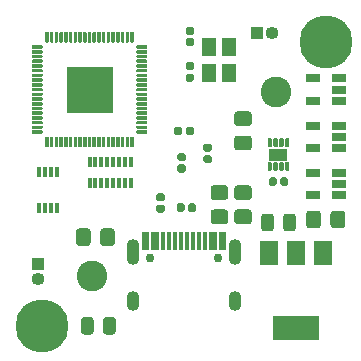
<source format=gbr>
%TF.GenerationSoftware,KiCad,Pcbnew,(5.1.6)-1*%
%TF.CreationDate,2021-01-25T15:06:37+00:00*%
%TF.ProjectId,OpenPnPVis,4f70656e-506e-4505-9669-732e6b696361,003*%
%TF.SameCoordinates,Original*%
%TF.FileFunction,Soldermask,Bot*%
%TF.FilePolarity,Negative*%
%FSLAX46Y46*%
G04 Gerber Fmt 4.6, Leading zero omitted, Abs format (unit mm)*
G04 Created by KiCad (PCBNEW (5.1.6)-1) date 2021-01-25 15:06:37*
%MOMM*%
%LPD*%
G01*
G04 APERTURE LIST*
%ADD10R,0.350000X0.850000*%
%ADD11C,2.600000*%
%ADD12R,1.600000X1.000000*%
%ADD13O,1.100000X1.100000*%
%ADD14R,1.100000X1.100000*%
%ADD15R,0.400000X1.550000*%
%ADD16C,0.750000*%
%ADD17O,1.100000X2.200000*%
%ADD18O,1.100000X1.700000*%
%ADD19C,0.800000*%
%ADD20C,4.500000*%
%ADD21R,1.300000X1.500000*%
%ADD22R,1.160000X0.750000*%
%ADD23R,3.900000X3.900000*%
%ADD24R,1.600000X2.100000*%
%ADD25R,3.900000X2.100000*%
%ADD26R,0.400000X0.900000*%
G04 APERTURE END LIST*
D10*
%TO.C,U8*%
X76750000Y-102850000D03*
X77250000Y-102850000D03*
X77750000Y-102850000D03*
X78250000Y-102850000D03*
X78250000Y-99750000D03*
X77750000Y-99750000D03*
X77250000Y-99750000D03*
X76750000Y-99750000D03*
%TD*%
D11*
%TO.C,LENSMOUNT1*%
X96778175Y-93021825D03*
X81221825Y-108578175D03*
%TD*%
D12*
%TO.C,U4*%
X97000000Y-98300000D03*
G36*
G01*
X96162500Y-98900000D02*
X96337500Y-98900000D01*
G75*
G02*
X96425000Y-98987500I0J-87500D01*
G01*
X96425000Y-99612500D01*
G75*
G02*
X96337500Y-99700000I-87500J0D01*
G01*
X96162500Y-99700000D01*
G75*
G02*
X96075000Y-99612500I0J87500D01*
G01*
X96075000Y-98987500D01*
G75*
G02*
X96162500Y-98900000I87500J0D01*
G01*
G37*
G36*
G01*
X96662500Y-98900000D02*
X96837500Y-98900000D01*
G75*
G02*
X96925000Y-98987500I0J-87500D01*
G01*
X96925000Y-99612500D01*
G75*
G02*
X96837500Y-99700000I-87500J0D01*
G01*
X96662500Y-99700000D01*
G75*
G02*
X96575000Y-99612500I0J87500D01*
G01*
X96575000Y-98987500D01*
G75*
G02*
X96662500Y-98900000I87500J0D01*
G01*
G37*
G36*
G01*
X97162500Y-98900000D02*
X97337500Y-98900000D01*
G75*
G02*
X97425000Y-98987500I0J-87500D01*
G01*
X97425000Y-99612500D01*
G75*
G02*
X97337500Y-99700000I-87500J0D01*
G01*
X97162500Y-99700000D01*
G75*
G02*
X97075000Y-99612500I0J87500D01*
G01*
X97075000Y-98987500D01*
G75*
G02*
X97162500Y-98900000I87500J0D01*
G01*
G37*
G36*
G01*
X97662500Y-98900000D02*
X97837500Y-98900000D01*
G75*
G02*
X97925000Y-98987500I0J-87500D01*
G01*
X97925000Y-99612500D01*
G75*
G02*
X97837500Y-99700000I-87500J0D01*
G01*
X97662500Y-99700000D01*
G75*
G02*
X97575000Y-99612500I0J87500D01*
G01*
X97575000Y-98987500D01*
G75*
G02*
X97662500Y-98900000I87500J0D01*
G01*
G37*
G36*
G01*
X97662500Y-96900000D02*
X97837500Y-96900000D01*
G75*
G02*
X97925000Y-96987500I0J-87500D01*
G01*
X97925000Y-97612500D01*
G75*
G02*
X97837500Y-97700000I-87500J0D01*
G01*
X97662500Y-97700000D01*
G75*
G02*
X97575000Y-97612500I0J87500D01*
G01*
X97575000Y-96987500D01*
G75*
G02*
X97662500Y-96900000I87500J0D01*
G01*
G37*
G36*
G01*
X97162500Y-96900000D02*
X97337500Y-96900000D01*
G75*
G02*
X97425000Y-96987500I0J-87500D01*
G01*
X97425000Y-97612500D01*
G75*
G02*
X97337500Y-97700000I-87500J0D01*
G01*
X97162500Y-97700000D01*
G75*
G02*
X97075000Y-97612500I0J87500D01*
G01*
X97075000Y-96987500D01*
G75*
G02*
X97162500Y-96900000I87500J0D01*
G01*
G37*
G36*
G01*
X96662500Y-96900000D02*
X96837500Y-96900000D01*
G75*
G02*
X96925000Y-96987500I0J-87500D01*
G01*
X96925000Y-97612500D01*
G75*
G02*
X96837500Y-97700000I-87500J0D01*
G01*
X96662500Y-97700000D01*
G75*
G02*
X96575000Y-97612500I0J87500D01*
G01*
X96575000Y-96987500D01*
G75*
G02*
X96662500Y-96900000I87500J0D01*
G01*
G37*
G36*
G01*
X96162500Y-96900000D02*
X96337500Y-96900000D01*
G75*
G02*
X96425000Y-96987500I0J-87500D01*
G01*
X96425000Y-97612500D01*
G75*
G02*
X96337500Y-97700000I-87500J0D01*
G01*
X96162500Y-97700000D01*
G75*
G02*
X96075000Y-97612500I0J87500D01*
G01*
X96075000Y-96987500D01*
G75*
G02*
X96162500Y-96900000I87500J0D01*
G01*
G37*
%TD*%
D13*
%TO.C,J3*%
X96470000Y-88000000D03*
D14*
X95200000Y-88000000D03*
%TD*%
D13*
%TO.C,J2*%
X76600000Y-108870000D03*
D14*
X76600000Y-107600000D03*
%TD*%
%TO.C,R1*%
G36*
G01*
X96860000Y-100402500D02*
X96860000Y-100797500D01*
G75*
G02*
X96687500Y-100970000I-172500J0D01*
G01*
X96342500Y-100970000D01*
G75*
G02*
X96170000Y-100797500I0J172500D01*
G01*
X96170000Y-100402500D01*
G75*
G02*
X96342500Y-100230000I172500J0D01*
G01*
X96687500Y-100230000D01*
G75*
G02*
X96860000Y-100402500I0J-172500D01*
G01*
G37*
G36*
G01*
X97830000Y-100402500D02*
X97830000Y-100797500D01*
G75*
G02*
X97657500Y-100970000I-172500J0D01*
G01*
X97312500Y-100970000D01*
G75*
G02*
X97140000Y-100797500I0J172500D01*
G01*
X97140000Y-100402500D01*
G75*
G02*
X97312500Y-100230000I172500J0D01*
G01*
X97657500Y-100230000D01*
G75*
G02*
X97830000Y-100402500I0J-172500D01*
G01*
G37*
%TD*%
D15*
%TO.C,J4*%
X85600000Y-105605000D03*
X85900000Y-105605000D03*
X86400000Y-105605000D03*
X86700000Y-105605000D03*
X91300000Y-105605000D03*
X91600000Y-105605000D03*
X92400000Y-105605000D03*
X92100000Y-105605000D03*
X90750000Y-105605000D03*
X87250000Y-105605000D03*
X90250000Y-105605000D03*
X87750000Y-105605000D03*
X89750000Y-105605000D03*
X88250000Y-105605000D03*
X88750000Y-105605000D03*
X89250000Y-105605000D03*
D16*
X86110000Y-107050000D03*
X91890000Y-107050000D03*
D17*
X93320000Y-106520000D03*
X84680000Y-106520000D03*
D18*
X93320000Y-110700000D03*
X84680000Y-110700000D03*
%TD*%
%TO.C,C7*%
G36*
G01*
X81100000Y-104821738D02*
X81100000Y-105778262D01*
G75*
G02*
X80828262Y-106050000I-271738J0D01*
G01*
X80121738Y-106050000D01*
G75*
G02*
X79850000Y-105778262I0J271738D01*
G01*
X79850000Y-104821738D01*
G75*
G02*
X80121738Y-104550000I271738J0D01*
G01*
X80828262Y-104550000D01*
G75*
G02*
X81100000Y-104821738I0J-271738D01*
G01*
G37*
G36*
G01*
X83150000Y-104821738D02*
X83150000Y-105778262D01*
G75*
G02*
X82878262Y-106050000I-271738J0D01*
G01*
X82171738Y-106050000D01*
G75*
G02*
X81900000Y-105778262I0J271738D01*
G01*
X81900000Y-104821738D01*
G75*
G02*
X82171738Y-104550000I271738J0D01*
G01*
X82878262Y-104550000D01*
G75*
G02*
X83150000Y-104821738I0J-271738D01*
G01*
G37*
%TD*%
D19*
%TO.C,H2*%
X78166726Y-111633274D03*
X77000000Y-111150000D03*
X75833274Y-111633274D03*
X75350000Y-112800000D03*
X75833274Y-113966726D03*
X77000000Y-114450000D03*
X78166726Y-113966726D03*
X78650000Y-112800000D03*
D20*
X77000000Y-112800000D03*
%TD*%
D19*
%TO.C,H1*%
X102166726Y-87633274D03*
X101000000Y-87150000D03*
X99833274Y-87633274D03*
X99350000Y-88800000D03*
X99833274Y-89966726D03*
X101000000Y-90450000D03*
X102166726Y-89966726D03*
X102650000Y-88800000D03*
D20*
X101000000Y-88800000D03*
%TD*%
D21*
%TO.C,Y1*%
X92850000Y-91400000D03*
X92850000Y-89200000D03*
X91150000Y-89200000D03*
X91150000Y-91400000D03*
%TD*%
D22*
%TO.C,U10*%
X99900000Y-99850000D03*
X99900000Y-101750000D03*
X102100000Y-101750000D03*
X102100000Y-100800000D03*
X102100000Y-99850000D03*
%TD*%
%TO.C,U9*%
X99900000Y-95850000D03*
X99900000Y-97750000D03*
X102100000Y-97750000D03*
X102100000Y-96800000D03*
X102100000Y-95850000D03*
%TD*%
%TO.C,U7*%
X99900000Y-91850000D03*
X99900000Y-93750000D03*
X102100000Y-93750000D03*
X102100000Y-92800000D03*
X102100000Y-91850000D03*
%TD*%
D23*
%TO.C,U3*%
X81000000Y-92800000D03*
G36*
G01*
X76175000Y-89050000D02*
X76950000Y-89050000D01*
G75*
G02*
X77025000Y-89125000I0J-75000D01*
G01*
X77025000Y-89275000D01*
G75*
G02*
X76950000Y-89350000I-75000J0D01*
G01*
X76175000Y-89350000D01*
G75*
G02*
X76100000Y-89275000I0J75000D01*
G01*
X76100000Y-89125000D01*
G75*
G02*
X76175000Y-89050000I75000J0D01*
G01*
G37*
G36*
G01*
X76175000Y-89450000D02*
X76950000Y-89450000D01*
G75*
G02*
X77025000Y-89525000I0J-75000D01*
G01*
X77025000Y-89675000D01*
G75*
G02*
X76950000Y-89750000I-75000J0D01*
G01*
X76175000Y-89750000D01*
G75*
G02*
X76100000Y-89675000I0J75000D01*
G01*
X76100000Y-89525000D01*
G75*
G02*
X76175000Y-89450000I75000J0D01*
G01*
G37*
G36*
G01*
X76175000Y-89850000D02*
X76950000Y-89850000D01*
G75*
G02*
X77025000Y-89925000I0J-75000D01*
G01*
X77025000Y-90075000D01*
G75*
G02*
X76950000Y-90150000I-75000J0D01*
G01*
X76175000Y-90150000D01*
G75*
G02*
X76100000Y-90075000I0J75000D01*
G01*
X76100000Y-89925000D01*
G75*
G02*
X76175000Y-89850000I75000J0D01*
G01*
G37*
G36*
G01*
X76175000Y-90250000D02*
X76950000Y-90250000D01*
G75*
G02*
X77025000Y-90325000I0J-75000D01*
G01*
X77025000Y-90475000D01*
G75*
G02*
X76950000Y-90550000I-75000J0D01*
G01*
X76175000Y-90550000D01*
G75*
G02*
X76100000Y-90475000I0J75000D01*
G01*
X76100000Y-90325000D01*
G75*
G02*
X76175000Y-90250000I75000J0D01*
G01*
G37*
G36*
G01*
X76175000Y-90650000D02*
X76950000Y-90650000D01*
G75*
G02*
X77025000Y-90725000I0J-75000D01*
G01*
X77025000Y-90875000D01*
G75*
G02*
X76950000Y-90950000I-75000J0D01*
G01*
X76175000Y-90950000D01*
G75*
G02*
X76100000Y-90875000I0J75000D01*
G01*
X76100000Y-90725000D01*
G75*
G02*
X76175000Y-90650000I75000J0D01*
G01*
G37*
G36*
G01*
X76175000Y-91050000D02*
X76950000Y-91050000D01*
G75*
G02*
X77025000Y-91125000I0J-75000D01*
G01*
X77025000Y-91275000D01*
G75*
G02*
X76950000Y-91350000I-75000J0D01*
G01*
X76175000Y-91350000D01*
G75*
G02*
X76100000Y-91275000I0J75000D01*
G01*
X76100000Y-91125000D01*
G75*
G02*
X76175000Y-91050000I75000J0D01*
G01*
G37*
G36*
G01*
X76175000Y-91450000D02*
X76950000Y-91450000D01*
G75*
G02*
X77025000Y-91525000I0J-75000D01*
G01*
X77025000Y-91675000D01*
G75*
G02*
X76950000Y-91750000I-75000J0D01*
G01*
X76175000Y-91750000D01*
G75*
G02*
X76100000Y-91675000I0J75000D01*
G01*
X76100000Y-91525000D01*
G75*
G02*
X76175000Y-91450000I75000J0D01*
G01*
G37*
G36*
G01*
X76175000Y-91850000D02*
X76950000Y-91850000D01*
G75*
G02*
X77025000Y-91925000I0J-75000D01*
G01*
X77025000Y-92075000D01*
G75*
G02*
X76950000Y-92150000I-75000J0D01*
G01*
X76175000Y-92150000D01*
G75*
G02*
X76100000Y-92075000I0J75000D01*
G01*
X76100000Y-91925000D01*
G75*
G02*
X76175000Y-91850000I75000J0D01*
G01*
G37*
G36*
G01*
X76175000Y-92250000D02*
X76950000Y-92250000D01*
G75*
G02*
X77025000Y-92325000I0J-75000D01*
G01*
X77025000Y-92475000D01*
G75*
G02*
X76950000Y-92550000I-75000J0D01*
G01*
X76175000Y-92550000D01*
G75*
G02*
X76100000Y-92475000I0J75000D01*
G01*
X76100000Y-92325000D01*
G75*
G02*
X76175000Y-92250000I75000J0D01*
G01*
G37*
G36*
G01*
X76175000Y-92650000D02*
X76950000Y-92650000D01*
G75*
G02*
X77025000Y-92725000I0J-75000D01*
G01*
X77025000Y-92875000D01*
G75*
G02*
X76950000Y-92950000I-75000J0D01*
G01*
X76175000Y-92950000D01*
G75*
G02*
X76100000Y-92875000I0J75000D01*
G01*
X76100000Y-92725000D01*
G75*
G02*
X76175000Y-92650000I75000J0D01*
G01*
G37*
G36*
G01*
X76175000Y-93050000D02*
X76950000Y-93050000D01*
G75*
G02*
X77025000Y-93125000I0J-75000D01*
G01*
X77025000Y-93275000D01*
G75*
G02*
X76950000Y-93350000I-75000J0D01*
G01*
X76175000Y-93350000D01*
G75*
G02*
X76100000Y-93275000I0J75000D01*
G01*
X76100000Y-93125000D01*
G75*
G02*
X76175000Y-93050000I75000J0D01*
G01*
G37*
G36*
G01*
X76175000Y-93450000D02*
X76950000Y-93450000D01*
G75*
G02*
X77025000Y-93525000I0J-75000D01*
G01*
X77025000Y-93675000D01*
G75*
G02*
X76950000Y-93750000I-75000J0D01*
G01*
X76175000Y-93750000D01*
G75*
G02*
X76100000Y-93675000I0J75000D01*
G01*
X76100000Y-93525000D01*
G75*
G02*
X76175000Y-93450000I75000J0D01*
G01*
G37*
G36*
G01*
X76175000Y-93850000D02*
X76950000Y-93850000D01*
G75*
G02*
X77025000Y-93925000I0J-75000D01*
G01*
X77025000Y-94075000D01*
G75*
G02*
X76950000Y-94150000I-75000J0D01*
G01*
X76175000Y-94150000D01*
G75*
G02*
X76100000Y-94075000I0J75000D01*
G01*
X76100000Y-93925000D01*
G75*
G02*
X76175000Y-93850000I75000J0D01*
G01*
G37*
G36*
G01*
X76175000Y-94250000D02*
X76950000Y-94250000D01*
G75*
G02*
X77025000Y-94325000I0J-75000D01*
G01*
X77025000Y-94475000D01*
G75*
G02*
X76950000Y-94550000I-75000J0D01*
G01*
X76175000Y-94550000D01*
G75*
G02*
X76100000Y-94475000I0J75000D01*
G01*
X76100000Y-94325000D01*
G75*
G02*
X76175000Y-94250000I75000J0D01*
G01*
G37*
G36*
G01*
X76175000Y-94650000D02*
X76950000Y-94650000D01*
G75*
G02*
X77025000Y-94725000I0J-75000D01*
G01*
X77025000Y-94875000D01*
G75*
G02*
X76950000Y-94950000I-75000J0D01*
G01*
X76175000Y-94950000D01*
G75*
G02*
X76100000Y-94875000I0J75000D01*
G01*
X76100000Y-94725000D01*
G75*
G02*
X76175000Y-94650000I75000J0D01*
G01*
G37*
G36*
G01*
X76175000Y-95050000D02*
X76950000Y-95050000D01*
G75*
G02*
X77025000Y-95125000I0J-75000D01*
G01*
X77025000Y-95275000D01*
G75*
G02*
X76950000Y-95350000I-75000J0D01*
G01*
X76175000Y-95350000D01*
G75*
G02*
X76100000Y-95275000I0J75000D01*
G01*
X76100000Y-95125000D01*
G75*
G02*
X76175000Y-95050000I75000J0D01*
G01*
G37*
G36*
G01*
X76175000Y-95450000D02*
X76950000Y-95450000D01*
G75*
G02*
X77025000Y-95525000I0J-75000D01*
G01*
X77025000Y-95675000D01*
G75*
G02*
X76950000Y-95750000I-75000J0D01*
G01*
X76175000Y-95750000D01*
G75*
G02*
X76100000Y-95675000I0J75000D01*
G01*
X76100000Y-95525000D01*
G75*
G02*
X76175000Y-95450000I75000J0D01*
G01*
G37*
G36*
G01*
X76175000Y-95850000D02*
X76950000Y-95850000D01*
G75*
G02*
X77025000Y-95925000I0J-75000D01*
G01*
X77025000Y-96075000D01*
G75*
G02*
X76950000Y-96150000I-75000J0D01*
G01*
X76175000Y-96150000D01*
G75*
G02*
X76100000Y-96075000I0J75000D01*
G01*
X76100000Y-95925000D01*
G75*
G02*
X76175000Y-95850000I75000J0D01*
G01*
G37*
G36*
G01*
X76175000Y-96250000D02*
X76950000Y-96250000D01*
G75*
G02*
X77025000Y-96325000I0J-75000D01*
G01*
X77025000Y-96475000D01*
G75*
G02*
X76950000Y-96550000I-75000J0D01*
G01*
X76175000Y-96550000D01*
G75*
G02*
X76100000Y-96475000I0J75000D01*
G01*
X76100000Y-96325000D01*
G75*
G02*
X76175000Y-96250000I75000J0D01*
G01*
G37*
G36*
G01*
X77325000Y-96775000D02*
X77475000Y-96775000D01*
G75*
G02*
X77550000Y-96850000I0J-75000D01*
G01*
X77550000Y-97625000D01*
G75*
G02*
X77475000Y-97700000I-75000J0D01*
G01*
X77325000Y-97700000D01*
G75*
G02*
X77250000Y-97625000I0J75000D01*
G01*
X77250000Y-96850000D01*
G75*
G02*
X77325000Y-96775000I75000J0D01*
G01*
G37*
G36*
G01*
X77725000Y-96775000D02*
X77875000Y-96775000D01*
G75*
G02*
X77950000Y-96850000I0J-75000D01*
G01*
X77950000Y-97625000D01*
G75*
G02*
X77875000Y-97700000I-75000J0D01*
G01*
X77725000Y-97700000D01*
G75*
G02*
X77650000Y-97625000I0J75000D01*
G01*
X77650000Y-96850000D01*
G75*
G02*
X77725000Y-96775000I75000J0D01*
G01*
G37*
G36*
G01*
X78125000Y-96775000D02*
X78275000Y-96775000D01*
G75*
G02*
X78350000Y-96850000I0J-75000D01*
G01*
X78350000Y-97625000D01*
G75*
G02*
X78275000Y-97700000I-75000J0D01*
G01*
X78125000Y-97700000D01*
G75*
G02*
X78050000Y-97625000I0J75000D01*
G01*
X78050000Y-96850000D01*
G75*
G02*
X78125000Y-96775000I75000J0D01*
G01*
G37*
G36*
G01*
X78525000Y-96775000D02*
X78675000Y-96775000D01*
G75*
G02*
X78750000Y-96850000I0J-75000D01*
G01*
X78750000Y-97625000D01*
G75*
G02*
X78675000Y-97700000I-75000J0D01*
G01*
X78525000Y-97700000D01*
G75*
G02*
X78450000Y-97625000I0J75000D01*
G01*
X78450000Y-96850000D01*
G75*
G02*
X78525000Y-96775000I75000J0D01*
G01*
G37*
G36*
G01*
X78925000Y-96775000D02*
X79075000Y-96775000D01*
G75*
G02*
X79150000Y-96850000I0J-75000D01*
G01*
X79150000Y-97625000D01*
G75*
G02*
X79075000Y-97700000I-75000J0D01*
G01*
X78925000Y-97700000D01*
G75*
G02*
X78850000Y-97625000I0J75000D01*
G01*
X78850000Y-96850000D01*
G75*
G02*
X78925000Y-96775000I75000J0D01*
G01*
G37*
G36*
G01*
X79325000Y-96775000D02*
X79475000Y-96775000D01*
G75*
G02*
X79550000Y-96850000I0J-75000D01*
G01*
X79550000Y-97625000D01*
G75*
G02*
X79475000Y-97700000I-75000J0D01*
G01*
X79325000Y-97700000D01*
G75*
G02*
X79250000Y-97625000I0J75000D01*
G01*
X79250000Y-96850000D01*
G75*
G02*
X79325000Y-96775000I75000J0D01*
G01*
G37*
G36*
G01*
X79725000Y-96775000D02*
X79875000Y-96775000D01*
G75*
G02*
X79950000Y-96850000I0J-75000D01*
G01*
X79950000Y-97625000D01*
G75*
G02*
X79875000Y-97700000I-75000J0D01*
G01*
X79725000Y-97700000D01*
G75*
G02*
X79650000Y-97625000I0J75000D01*
G01*
X79650000Y-96850000D01*
G75*
G02*
X79725000Y-96775000I75000J0D01*
G01*
G37*
G36*
G01*
X80125000Y-96775000D02*
X80275000Y-96775000D01*
G75*
G02*
X80350000Y-96850000I0J-75000D01*
G01*
X80350000Y-97625000D01*
G75*
G02*
X80275000Y-97700000I-75000J0D01*
G01*
X80125000Y-97700000D01*
G75*
G02*
X80050000Y-97625000I0J75000D01*
G01*
X80050000Y-96850000D01*
G75*
G02*
X80125000Y-96775000I75000J0D01*
G01*
G37*
G36*
G01*
X80525000Y-96775000D02*
X80675000Y-96775000D01*
G75*
G02*
X80750000Y-96850000I0J-75000D01*
G01*
X80750000Y-97625000D01*
G75*
G02*
X80675000Y-97700000I-75000J0D01*
G01*
X80525000Y-97700000D01*
G75*
G02*
X80450000Y-97625000I0J75000D01*
G01*
X80450000Y-96850000D01*
G75*
G02*
X80525000Y-96775000I75000J0D01*
G01*
G37*
G36*
G01*
X80925000Y-96775000D02*
X81075000Y-96775000D01*
G75*
G02*
X81150000Y-96850000I0J-75000D01*
G01*
X81150000Y-97625000D01*
G75*
G02*
X81075000Y-97700000I-75000J0D01*
G01*
X80925000Y-97700000D01*
G75*
G02*
X80850000Y-97625000I0J75000D01*
G01*
X80850000Y-96850000D01*
G75*
G02*
X80925000Y-96775000I75000J0D01*
G01*
G37*
G36*
G01*
X81325000Y-96775000D02*
X81475000Y-96775000D01*
G75*
G02*
X81550000Y-96850000I0J-75000D01*
G01*
X81550000Y-97625000D01*
G75*
G02*
X81475000Y-97700000I-75000J0D01*
G01*
X81325000Y-97700000D01*
G75*
G02*
X81250000Y-97625000I0J75000D01*
G01*
X81250000Y-96850000D01*
G75*
G02*
X81325000Y-96775000I75000J0D01*
G01*
G37*
G36*
G01*
X81725000Y-96775000D02*
X81875000Y-96775000D01*
G75*
G02*
X81950000Y-96850000I0J-75000D01*
G01*
X81950000Y-97625000D01*
G75*
G02*
X81875000Y-97700000I-75000J0D01*
G01*
X81725000Y-97700000D01*
G75*
G02*
X81650000Y-97625000I0J75000D01*
G01*
X81650000Y-96850000D01*
G75*
G02*
X81725000Y-96775000I75000J0D01*
G01*
G37*
G36*
G01*
X82125000Y-96775000D02*
X82275000Y-96775000D01*
G75*
G02*
X82350000Y-96850000I0J-75000D01*
G01*
X82350000Y-97625000D01*
G75*
G02*
X82275000Y-97700000I-75000J0D01*
G01*
X82125000Y-97700000D01*
G75*
G02*
X82050000Y-97625000I0J75000D01*
G01*
X82050000Y-96850000D01*
G75*
G02*
X82125000Y-96775000I75000J0D01*
G01*
G37*
G36*
G01*
X82525000Y-96775000D02*
X82675000Y-96775000D01*
G75*
G02*
X82750000Y-96850000I0J-75000D01*
G01*
X82750000Y-97625000D01*
G75*
G02*
X82675000Y-97700000I-75000J0D01*
G01*
X82525000Y-97700000D01*
G75*
G02*
X82450000Y-97625000I0J75000D01*
G01*
X82450000Y-96850000D01*
G75*
G02*
X82525000Y-96775000I75000J0D01*
G01*
G37*
G36*
G01*
X82925000Y-96775000D02*
X83075000Y-96775000D01*
G75*
G02*
X83150000Y-96850000I0J-75000D01*
G01*
X83150000Y-97625000D01*
G75*
G02*
X83075000Y-97700000I-75000J0D01*
G01*
X82925000Y-97700000D01*
G75*
G02*
X82850000Y-97625000I0J75000D01*
G01*
X82850000Y-96850000D01*
G75*
G02*
X82925000Y-96775000I75000J0D01*
G01*
G37*
G36*
G01*
X83325000Y-96775000D02*
X83475000Y-96775000D01*
G75*
G02*
X83550000Y-96850000I0J-75000D01*
G01*
X83550000Y-97625000D01*
G75*
G02*
X83475000Y-97700000I-75000J0D01*
G01*
X83325000Y-97700000D01*
G75*
G02*
X83250000Y-97625000I0J75000D01*
G01*
X83250000Y-96850000D01*
G75*
G02*
X83325000Y-96775000I75000J0D01*
G01*
G37*
G36*
G01*
X83725000Y-96775000D02*
X83875000Y-96775000D01*
G75*
G02*
X83950000Y-96850000I0J-75000D01*
G01*
X83950000Y-97625000D01*
G75*
G02*
X83875000Y-97700000I-75000J0D01*
G01*
X83725000Y-97700000D01*
G75*
G02*
X83650000Y-97625000I0J75000D01*
G01*
X83650000Y-96850000D01*
G75*
G02*
X83725000Y-96775000I75000J0D01*
G01*
G37*
G36*
G01*
X84125000Y-96775000D02*
X84275000Y-96775000D01*
G75*
G02*
X84350000Y-96850000I0J-75000D01*
G01*
X84350000Y-97625000D01*
G75*
G02*
X84275000Y-97700000I-75000J0D01*
G01*
X84125000Y-97700000D01*
G75*
G02*
X84050000Y-97625000I0J75000D01*
G01*
X84050000Y-96850000D01*
G75*
G02*
X84125000Y-96775000I75000J0D01*
G01*
G37*
G36*
G01*
X84525000Y-96775000D02*
X84675000Y-96775000D01*
G75*
G02*
X84750000Y-96850000I0J-75000D01*
G01*
X84750000Y-97625000D01*
G75*
G02*
X84675000Y-97700000I-75000J0D01*
G01*
X84525000Y-97700000D01*
G75*
G02*
X84450000Y-97625000I0J75000D01*
G01*
X84450000Y-96850000D01*
G75*
G02*
X84525000Y-96775000I75000J0D01*
G01*
G37*
G36*
G01*
X85050000Y-96250000D02*
X85825000Y-96250000D01*
G75*
G02*
X85900000Y-96325000I0J-75000D01*
G01*
X85900000Y-96475000D01*
G75*
G02*
X85825000Y-96550000I-75000J0D01*
G01*
X85050000Y-96550000D01*
G75*
G02*
X84975000Y-96475000I0J75000D01*
G01*
X84975000Y-96325000D01*
G75*
G02*
X85050000Y-96250000I75000J0D01*
G01*
G37*
G36*
G01*
X85050000Y-95850000D02*
X85825000Y-95850000D01*
G75*
G02*
X85900000Y-95925000I0J-75000D01*
G01*
X85900000Y-96075000D01*
G75*
G02*
X85825000Y-96150000I-75000J0D01*
G01*
X85050000Y-96150000D01*
G75*
G02*
X84975000Y-96075000I0J75000D01*
G01*
X84975000Y-95925000D01*
G75*
G02*
X85050000Y-95850000I75000J0D01*
G01*
G37*
G36*
G01*
X85050000Y-95450000D02*
X85825000Y-95450000D01*
G75*
G02*
X85900000Y-95525000I0J-75000D01*
G01*
X85900000Y-95675000D01*
G75*
G02*
X85825000Y-95750000I-75000J0D01*
G01*
X85050000Y-95750000D01*
G75*
G02*
X84975000Y-95675000I0J75000D01*
G01*
X84975000Y-95525000D01*
G75*
G02*
X85050000Y-95450000I75000J0D01*
G01*
G37*
G36*
G01*
X85050000Y-95050000D02*
X85825000Y-95050000D01*
G75*
G02*
X85900000Y-95125000I0J-75000D01*
G01*
X85900000Y-95275000D01*
G75*
G02*
X85825000Y-95350000I-75000J0D01*
G01*
X85050000Y-95350000D01*
G75*
G02*
X84975000Y-95275000I0J75000D01*
G01*
X84975000Y-95125000D01*
G75*
G02*
X85050000Y-95050000I75000J0D01*
G01*
G37*
G36*
G01*
X85050000Y-94650000D02*
X85825000Y-94650000D01*
G75*
G02*
X85900000Y-94725000I0J-75000D01*
G01*
X85900000Y-94875000D01*
G75*
G02*
X85825000Y-94950000I-75000J0D01*
G01*
X85050000Y-94950000D01*
G75*
G02*
X84975000Y-94875000I0J75000D01*
G01*
X84975000Y-94725000D01*
G75*
G02*
X85050000Y-94650000I75000J0D01*
G01*
G37*
G36*
G01*
X85050000Y-94250000D02*
X85825000Y-94250000D01*
G75*
G02*
X85900000Y-94325000I0J-75000D01*
G01*
X85900000Y-94475000D01*
G75*
G02*
X85825000Y-94550000I-75000J0D01*
G01*
X85050000Y-94550000D01*
G75*
G02*
X84975000Y-94475000I0J75000D01*
G01*
X84975000Y-94325000D01*
G75*
G02*
X85050000Y-94250000I75000J0D01*
G01*
G37*
G36*
G01*
X85050000Y-93850000D02*
X85825000Y-93850000D01*
G75*
G02*
X85900000Y-93925000I0J-75000D01*
G01*
X85900000Y-94075000D01*
G75*
G02*
X85825000Y-94150000I-75000J0D01*
G01*
X85050000Y-94150000D01*
G75*
G02*
X84975000Y-94075000I0J75000D01*
G01*
X84975000Y-93925000D01*
G75*
G02*
X85050000Y-93850000I75000J0D01*
G01*
G37*
G36*
G01*
X85050000Y-93450000D02*
X85825000Y-93450000D01*
G75*
G02*
X85900000Y-93525000I0J-75000D01*
G01*
X85900000Y-93675000D01*
G75*
G02*
X85825000Y-93750000I-75000J0D01*
G01*
X85050000Y-93750000D01*
G75*
G02*
X84975000Y-93675000I0J75000D01*
G01*
X84975000Y-93525000D01*
G75*
G02*
X85050000Y-93450000I75000J0D01*
G01*
G37*
G36*
G01*
X85050000Y-93050000D02*
X85825000Y-93050000D01*
G75*
G02*
X85900000Y-93125000I0J-75000D01*
G01*
X85900000Y-93275000D01*
G75*
G02*
X85825000Y-93350000I-75000J0D01*
G01*
X85050000Y-93350000D01*
G75*
G02*
X84975000Y-93275000I0J75000D01*
G01*
X84975000Y-93125000D01*
G75*
G02*
X85050000Y-93050000I75000J0D01*
G01*
G37*
G36*
G01*
X85050000Y-92650000D02*
X85825000Y-92650000D01*
G75*
G02*
X85900000Y-92725000I0J-75000D01*
G01*
X85900000Y-92875000D01*
G75*
G02*
X85825000Y-92950000I-75000J0D01*
G01*
X85050000Y-92950000D01*
G75*
G02*
X84975000Y-92875000I0J75000D01*
G01*
X84975000Y-92725000D01*
G75*
G02*
X85050000Y-92650000I75000J0D01*
G01*
G37*
G36*
G01*
X85050000Y-92250000D02*
X85825000Y-92250000D01*
G75*
G02*
X85900000Y-92325000I0J-75000D01*
G01*
X85900000Y-92475000D01*
G75*
G02*
X85825000Y-92550000I-75000J0D01*
G01*
X85050000Y-92550000D01*
G75*
G02*
X84975000Y-92475000I0J75000D01*
G01*
X84975000Y-92325000D01*
G75*
G02*
X85050000Y-92250000I75000J0D01*
G01*
G37*
G36*
G01*
X85050000Y-91850000D02*
X85825000Y-91850000D01*
G75*
G02*
X85900000Y-91925000I0J-75000D01*
G01*
X85900000Y-92075000D01*
G75*
G02*
X85825000Y-92150000I-75000J0D01*
G01*
X85050000Y-92150000D01*
G75*
G02*
X84975000Y-92075000I0J75000D01*
G01*
X84975000Y-91925000D01*
G75*
G02*
X85050000Y-91850000I75000J0D01*
G01*
G37*
G36*
G01*
X85050000Y-91450000D02*
X85825000Y-91450000D01*
G75*
G02*
X85900000Y-91525000I0J-75000D01*
G01*
X85900000Y-91675000D01*
G75*
G02*
X85825000Y-91750000I-75000J0D01*
G01*
X85050000Y-91750000D01*
G75*
G02*
X84975000Y-91675000I0J75000D01*
G01*
X84975000Y-91525000D01*
G75*
G02*
X85050000Y-91450000I75000J0D01*
G01*
G37*
G36*
G01*
X85050000Y-91050000D02*
X85825000Y-91050000D01*
G75*
G02*
X85900000Y-91125000I0J-75000D01*
G01*
X85900000Y-91275000D01*
G75*
G02*
X85825000Y-91350000I-75000J0D01*
G01*
X85050000Y-91350000D01*
G75*
G02*
X84975000Y-91275000I0J75000D01*
G01*
X84975000Y-91125000D01*
G75*
G02*
X85050000Y-91050000I75000J0D01*
G01*
G37*
G36*
G01*
X85050000Y-90650000D02*
X85825000Y-90650000D01*
G75*
G02*
X85900000Y-90725000I0J-75000D01*
G01*
X85900000Y-90875000D01*
G75*
G02*
X85825000Y-90950000I-75000J0D01*
G01*
X85050000Y-90950000D01*
G75*
G02*
X84975000Y-90875000I0J75000D01*
G01*
X84975000Y-90725000D01*
G75*
G02*
X85050000Y-90650000I75000J0D01*
G01*
G37*
G36*
G01*
X85050000Y-90250000D02*
X85825000Y-90250000D01*
G75*
G02*
X85900000Y-90325000I0J-75000D01*
G01*
X85900000Y-90475000D01*
G75*
G02*
X85825000Y-90550000I-75000J0D01*
G01*
X85050000Y-90550000D01*
G75*
G02*
X84975000Y-90475000I0J75000D01*
G01*
X84975000Y-90325000D01*
G75*
G02*
X85050000Y-90250000I75000J0D01*
G01*
G37*
G36*
G01*
X85050000Y-89850000D02*
X85825000Y-89850000D01*
G75*
G02*
X85900000Y-89925000I0J-75000D01*
G01*
X85900000Y-90075000D01*
G75*
G02*
X85825000Y-90150000I-75000J0D01*
G01*
X85050000Y-90150000D01*
G75*
G02*
X84975000Y-90075000I0J75000D01*
G01*
X84975000Y-89925000D01*
G75*
G02*
X85050000Y-89850000I75000J0D01*
G01*
G37*
G36*
G01*
X85050000Y-89450000D02*
X85825000Y-89450000D01*
G75*
G02*
X85900000Y-89525000I0J-75000D01*
G01*
X85900000Y-89675000D01*
G75*
G02*
X85825000Y-89750000I-75000J0D01*
G01*
X85050000Y-89750000D01*
G75*
G02*
X84975000Y-89675000I0J75000D01*
G01*
X84975000Y-89525000D01*
G75*
G02*
X85050000Y-89450000I75000J0D01*
G01*
G37*
G36*
G01*
X85050000Y-89050000D02*
X85825000Y-89050000D01*
G75*
G02*
X85900000Y-89125000I0J-75000D01*
G01*
X85900000Y-89275000D01*
G75*
G02*
X85825000Y-89350000I-75000J0D01*
G01*
X85050000Y-89350000D01*
G75*
G02*
X84975000Y-89275000I0J75000D01*
G01*
X84975000Y-89125000D01*
G75*
G02*
X85050000Y-89050000I75000J0D01*
G01*
G37*
G36*
G01*
X84525000Y-87900000D02*
X84675000Y-87900000D01*
G75*
G02*
X84750000Y-87975000I0J-75000D01*
G01*
X84750000Y-88750000D01*
G75*
G02*
X84675000Y-88825000I-75000J0D01*
G01*
X84525000Y-88825000D01*
G75*
G02*
X84450000Y-88750000I0J75000D01*
G01*
X84450000Y-87975000D01*
G75*
G02*
X84525000Y-87900000I75000J0D01*
G01*
G37*
G36*
G01*
X84125000Y-87900000D02*
X84275000Y-87900000D01*
G75*
G02*
X84350000Y-87975000I0J-75000D01*
G01*
X84350000Y-88750000D01*
G75*
G02*
X84275000Y-88825000I-75000J0D01*
G01*
X84125000Y-88825000D01*
G75*
G02*
X84050000Y-88750000I0J75000D01*
G01*
X84050000Y-87975000D01*
G75*
G02*
X84125000Y-87900000I75000J0D01*
G01*
G37*
G36*
G01*
X83725000Y-87900000D02*
X83875000Y-87900000D01*
G75*
G02*
X83950000Y-87975000I0J-75000D01*
G01*
X83950000Y-88750000D01*
G75*
G02*
X83875000Y-88825000I-75000J0D01*
G01*
X83725000Y-88825000D01*
G75*
G02*
X83650000Y-88750000I0J75000D01*
G01*
X83650000Y-87975000D01*
G75*
G02*
X83725000Y-87900000I75000J0D01*
G01*
G37*
G36*
G01*
X83325000Y-87900000D02*
X83475000Y-87900000D01*
G75*
G02*
X83550000Y-87975000I0J-75000D01*
G01*
X83550000Y-88750000D01*
G75*
G02*
X83475000Y-88825000I-75000J0D01*
G01*
X83325000Y-88825000D01*
G75*
G02*
X83250000Y-88750000I0J75000D01*
G01*
X83250000Y-87975000D01*
G75*
G02*
X83325000Y-87900000I75000J0D01*
G01*
G37*
G36*
G01*
X82925000Y-87900000D02*
X83075000Y-87900000D01*
G75*
G02*
X83150000Y-87975000I0J-75000D01*
G01*
X83150000Y-88750000D01*
G75*
G02*
X83075000Y-88825000I-75000J0D01*
G01*
X82925000Y-88825000D01*
G75*
G02*
X82850000Y-88750000I0J75000D01*
G01*
X82850000Y-87975000D01*
G75*
G02*
X82925000Y-87900000I75000J0D01*
G01*
G37*
G36*
G01*
X82525000Y-87900000D02*
X82675000Y-87900000D01*
G75*
G02*
X82750000Y-87975000I0J-75000D01*
G01*
X82750000Y-88750000D01*
G75*
G02*
X82675000Y-88825000I-75000J0D01*
G01*
X82525000Y-88825000D01*
G75*
G02*
X82450000Y-88750000I0J75000D01*
G01*
X82450000Y-87975000D01*
G75*
G02*
X82525000Y-87900000I75000J0D01*
G01*
G37*
G36*
G01*
X82125000Y-87900000D02*
X82275000Y-87900000D01*
G75*
G02*
X82350000Y-87975000I0J-75000D01*
G01*
X82350000Y-88750000D01*
G75*
G02*
X82275000Y-88825000I-75000J0D01*
G01*
X82125000Y-88825000D01*
G75*
G02*
X82050000Y-88750000I0J75000D01*
G01*
X82050000Y-87975000D01*
G75*
G02*
X82125000Y-87900000I75000J0D01*
G01*
G37*
G36*
G01*
X81725000Y-87900000D02*
X81875000Y-87900000D01*
G75*
G02*
X81950000Y-87975000I0J-75000D01*
G01*
X81950000Y-88750000D01*
G75*
G02*
X81875000Y-88825000I-75000J0D01*
G01*
X81725000Y-88825000D01*
G75*
G02*
X81650000Y-88750000I0J75000D01*
G01*
X81650000Y-87975000D01*
G75*
G02*
X81725000Y-87900000I75000J0D01*
G01*
G37*
G36*
G01*
X81325000Y-87900000D02*
X81475000Y-87900000D01*
G75*
G02*
X81550000Y-87975000I0J-75000D01*
G01*
X81550000Y-88750000D01*
G75*
G02*
X81475000Y-88825000I-75000J0D01*
G01*
X81325000Y-88825000D01*
G75*
G02*
X81250000Y-88750000I0J75000D01*
G01*
X81250000Y-87975000D01*
G75*
G02*
X81325000Y-87900000I75000J0D01*
G01*
G37*
G36*
G01*
X80925000Y-87900000D02*
X81075000Y-87900000D01*
G75*
G02*
X81150000Y-87975000I0J-75000D01*
G01*
X81150000Y-88750000D01*
G75*
G02*
X81075000Y-88825000I-75000J0D01*
G01*
X80925000Y-88825000D01*
G75*
G02*
X80850000Y-88750000I0J75000D01*
G01*
X80850000Y-87975000D01*
G75*
G02*
X80925000Y-87900000I75000J0D01*
G01*
G37*
G36*
G01*
X80525000Y-87900000D02*
X80675000Y-87900000D01*
G75*
G02*
X80750000Y-87975000I0J-75000D01*
G01*
X80750000Y-88750000D01*
G75*
G02*
X80675000Y-88825000I-75000J0D01*
G01*
X80525000Y-88825000D01*
G75*
G02*
X80450000Y-88750000I0J75000D01*
G01*
X80450000Y-87975000D01*
G75*
G02*
X80525000Y-87900000I75000J0D01*
G01*
G37*
G36*
G01*
X80125000Y-87900000D02*
X80275000Y-87900000D01*
G75*
G02*
X80350000Y-87975000I0J-75000D01*
G01*
X80350000Y-88750000D01*
G75*
G02*
X80275000Y-88825000I-75000J0D01*
G01*
X80125000Y-88825000D01*
G75*
G02*
X80050000Y-88750000I0J75000D01*
G01*
X80050000Y-87975000D01*
G75*
G02*
X80125000Y-87900000I75000J0D01*
G01*
G37*
G36*
G01*
X79725000Y-87900000D02*
X79875000Y-87900000D01*
G75*
G02*
X79950000Y-87975000I0J-75000D01*
G01*
X79950000Y-88750000D01*
G75*
G02*
X79875000Y-88825000I-75000J0D01*
G01*
X79725000Y-88825000D01*
G75*
G02*
X79650000Y-88750000I0J75000D01*
G01*
X79650000Y-87975000D01*
G75*
G02*
X79725000Y-87900000I75000J0D01*
G01*
G37*
G36*
G01*
X79325000Y-87900000D02*
X79475000Y-87900000D01*
G75*
G02*
X79550000Y-87975000I0J-75000D01*
G01*
X79550000Y-88750000D01*
G75*
G02*
X79475000Y-88825000I-75000J0D01*
G01*
X79325000Y-88825000D01*
G75*
G02*
X79250000Y-88750000I0J75000D01*
G01*
X79250000Y-87975000D01*
G75*
G02*
X79325000Y-87900000I75000J0D01*
G01*
G37*
G36*
G01*
X78925000Y-87900000D02*
X79075000Y-87900000D01*
G75*
G02*
X79150000Y-87975000I0J-75000D01*
G01*
X79150000Y-88750000D01*
G75*
G02*
X79075000Y-88825000I-75000J0D01*
G01*
X78925000Y-88825000D01*
G75*
G02*
X78850000Y-88750000I0J75000D01*
G01*
X78850000Y-87975000D01*
G75*
G02*
X78925000Y-87900000I75000J0D01*
G01*
G37*
G36*
G01*
X78525000Y-87900000D02*
X78675000Y-87900000D01*
G75*
G02*
X78750000Y-87975000I0J-75000D01*
G01*
X78750000Y-88750000D01*
G75*
G02*
X78675000Y-88825000I-75000J0D01*
G01*
X78525000Y-88825000D01*
G75*
G02*
X78450000Y-88750000I0J75000D01*
G01*
X78450000Y-87975000D01*
G75*
G02*
X78525000Y-87900000I75000J0D01*
G01*
G37*
G36*
G01*
X78125000Y-87900000D02*
X78275000Y-87900000D01*
G75*
G02*
X78350000Y-87975000I0J-75000D01*
G01*
X78350000Y-88750000D01*
G75*
G02*
X78275000Y-88825000I-75000J0D01*
G01*
X78125000Y-88825000D01*
G75*
G02*
X78050000Y-88750000I0J75000D01*
G01*
X78050000Y-87975000D01*
G75*
G02*
X78125000Y-87900000I75000J0D01*
G01*
G37*
G36*
G01*
X77725000Y-87900000D02*
X77875000Y-87900000D01*
G75*
G02*
X77950000Y-87975000I0J-75000D01*
G01*
X77950000Y-88750000D01*
G75*
G02*
X77875000Y-88825000I-75000J0D01*
G01*
X77725000Y-88825000D01*
G75*
G02*
X77650000Y-88750000I0J75000D01*
G01*
X77650000Y-87975000D01*
G75*
G02*
X77725000Y-87900000I75000J0D01*
G01*
G37*
G36*
G01*
X77325000Y-87900000D02*
X77475000Y-87900000D01*
G75*
G02*
X77550000Y-87975000I0J-75000D01*
G01*
X77550000Y-88750000D01*
G75*
G02*
X77475000Y-88825000I-75000J0D01*
G01*
X77325000Y-88825000D01*
G75*
G02*
X77250000Y-88750000I0J75000D01*
G01*
X77250000Y-87975000D01*
G75*
G02*
X77325000Y-87900000I75000J0D01*
G01*
G37*
%TD*%
D24*
%TO.C,U1*%
X96200000Y-106650000D03*
X100800000Y-106650000D03*
X98500000Y-106650000D03*
D25*
X98500000Y-112950000D03*
%TD*%
D26*
%TO.C,RN1*%
X81500000Y-98900000D03*
X82500000Y-98900000D03*
X82000000Y-98900000D03*
X83000000Y-98900000D03*
X83500000Y-98900000D03*
X84000000Y-98900000D03*
X81500000Y-100700000D03*
X82000000Y-100700000D03*
X82500000Y-100700000D03*
X83000000Y-100700000D03*
X83500000Y-100700000D03*
X84000000Y-100700000D03*
X81000000Y-98900000D03*
X81000000Y-100700000D03*
X84500000Y-98900000D03*
X84500000Y-100700000D03*
%TD*%
%TO.C,D2*%
G36*
G01*
X98475000Y-103568750D02*
X98475000Y-104531250D01*
G75*
G02*
X98206250Y-104800000I-268750J0D01*
G01*
X97668750Y-104800000D01*
G75*
G02*
X97400000Y-104531250I0J268750D01*
G01*
X97400000Y-103568750D01*
G75*
G02*
X97668750Y-103300000I268750J0D01*
G01*
X98206250Y-103300000D01*
G75*
G02*
X98475000Y-103568750I0J-268750D01*
G01*
G37*
G36*
G01*
X96600000Y-103568750D02*
X96600000Y-104531250D01*
G75*
G02*
X96331250Y-104800000I-268750J0D01*
G01*
X95793750Y-104800000D01*
G75*
G02*
X95525000Y-104531250I0J268750D01*
G01*
X95525000Y-103568750D01*
G75*
G02*
X95793750Y-103300000I268750J0D01*
G01*
X96331250Y-103300000D01*
G75*
G02*
X96600000Y-103568750I0J-268750D01*
G01*
G37*
%TD*%
%TO.C,D1*%
G36*
G01*
X82150000Y-113281250D02*
X82150000Y-112318750D01*
G75*
G02*
X82418750Y-112050000I268750J0D01*
G01*
X82956250Y-112050000D01*
G75*
G02*
X83225000Y-112318750I0J-268750D01*
G01*
X83225000Y-113281250D01*
G75*
G02*
X82956250Y-113550000I-268750J0D01*
G01*
X82418750Y-113550000D01*
G75*
G02*
X82150000Y-113281250I0J268750D01*
G01*
G37*
G36*
G01*
X80275000Y-113281250D02*
X80275000Y-112318750D01*
G75*
G02*
X80543750Y-112050000I268750J0D01*
G01*
X81081250Y-112050000D01*
G75*
G02*
X81350000Y-112318750I0J-268750D01*
G01*
X81350000Y-113281250D01*
G75*
G02*
X81081250Y-113550000I-268750J0D01*
G01*
X80543750Y-113550000D01*
G75*
G02*
X80275000Y-113281250I0J268750D01*
G01*
G37*
%TD*%
%TO.C,C23*%
G36*
G01*
X89140000Y-96497500D02*
X89140000Y-96102500D01*
G75*
G02*
X89312500Y-95930000I172500J0D01*
G01*
X89657500Y-95930000D01*
G75*
G02*
X89830000Y-96102500I0J-172500D01*
G01*
X89830000Y-96497500D01*
G75*
G02*
X89657500Y-96670000I-172500J0D01*
G01*
X89312500Y-96670000D01*
G75*
G02*
X89140000Y-96497500I0J172500D01*
G01*
G37*
G36*
G01*
X88170000Y-96497500D02*
X88170000Y-96102500D01*
G75*
G02*
X88342500Y-95930000I172500J0D01*
G01*
X88687500Y-95930000D01*
G75*
G02*
X88860000Y-96102500I0J-172500D01*
G01*
X88860000Y-96497500D01*
G75*
G02*
X88687500Y-96670000I-172500J0D01*
G01*
X88342500Y-96670000D01*
G75*
G02*
X88170000Y-96497500I0J172500D01*
G01*
G37*
%TD*%
%TO.C,C22*%
G36*
G01*
X88997500Y-98860000D02*
X88602500Y-98860000D01*
G75*
G02*
X88430000Y-98687500I0J172500D01*
G01*
X88430000Y-98342500D01*
G75*
G02*
X88602500Y-98170000I172500J0D01*
G01*
X88997500Y-98170000D01*
G75*
G02*
X89170000Y-98342500I0J-172500D01*
G01*
X89170000Y-98687500D01*
G75*
G02*
X88997500Y-98860000I-172500J0D01*
G01*
G37*
G36*
G01*
X88997500Y-99830000D02*
X88602500Y-99830000D01*
G75*
G02*
X88430000Y-99657500I0J172500D01*
G01*
X88430000Y-99312500D01*
G75*
G02*
X88602500Y-99140000I172500J0D01*
G01*
X88997500Y-99140000D01*
G75*
G02*
X89170000Y-99312500I0J-172500D01*
G01*
X89170000Y-99657500D01*
G75*
G02*
X88997500Y-99830000I-172500J0D01*
G01*
G37*
%TD*%
%TO.C,C18*%
G36*
G01*
X100600000Y-103321738D02*
X100600000Y-104278262D01*
G75*
G02*
X100328262Y-104550000I-271738J0D01*
G01*
X99621738Y-104550000D01*
G75*
G02*
X99350000Y-104278262I0J271738D01*
G01*
X99350000Y-103321738D01*
G75*
G02*
X99621738Y-103050000I271738J0D01*
G01*
X100328262Y-103050000D01*
G75*
G02*
X100600000Y-103321738I0J-271738D01*
G01*
G37*
G36*
G01*
X102650000Y-103321738D02*
X102650000Y-104278262D01*
G75*
G02*
X102378262Y-104550000I-271738J0D01*
G01*
X101671738Y-104550000D01*
G75*
G02*
X101400000Y-104278262I0J271738D01*
G01*
X101400000Y-103321738D01*
G75*
G02*
X101671738Y-103050000I271738J0D01*
G01*
X102378262Y-103050000D01*
G75*
G02*
X102650000Y-103321738I0J-271738D01*
G01*
G37*
%TD*%
%TO.C,C14*%
G36*
G01*
X91521738Y-102950000D02*
X92478262Y-102950000D01*
G75*
G02*
X92750000Y-103221738I0J-271738D01*
G01*
X92750000Y-103928262D01*
G75*
G02*
X92478262Y-104200000I-271738J0D01*
G01*
X91521738Y-104200000D01*
G75*
G02*
X91250000Y-103928262I0J271738D01*
G01*
X91250000Y-103221738D01*
G75*
G02*
X91521738Y-102950000I271738J0D01*
G01*
G37*
G36*
G01*
X91521738Y-100900000D02*
X92478262Y-100900000D01*
G75*
G02*
X92750000Y-101171738I0J-271738D01*
G01*
X92750000Y-101878262D01*
G75*
G02*
X92478262Y-102150000I-271738J0D01*
G01*
X91521738Y-102150000D01*
G75*
G02*
X91250000Y-101878262I0J271738D01*
G01*
X91250000Y-101171738D01*
G75*
G02*
X91521738Y-100900000I271738J0D01*
G01*
G37*
%TD*%
%TO.C,C13*%
G36*
G01*
X89060000Y-102602500D02*
X89060000Y-102997500D01*
G75*
G02*
X88887500Y-103170000I-172500J0D01*
G01*
X88542500Y-103170000D01*
G75*
G02*
X88370000Y-102997500I0J172500D01*
G01*
X88370000Y-102602500D01*
G75*
G02*
X88542500Y-102430000I172500J0D01*
G01*
X88887500Y-102430000D01*
G75*
G02*
X89060000Y-102602500I0J-172500D01*
G01*
G37*
G36*
G01*
X90030000Y-102602500D02*
X90030000Y-102997500D01*
G75*
G02*
X89857500Y-103170000I-172500J0D01*
G01*
X89512500Y-103170000D01*
G75*
G02*
X89340000Y-102997500I0J172500D01*
G01*
X89340000Y-102602500D01*
G75*
G02*
X89512500Y-102430000I172500J0D01*
G01*
X89857500Y-102430000D01*
G75*
G02*
X90030000Y-102602500I0J-172500D01*
G01*
G37*
%TD*%
%TO.C,C12*%
G36*
G01*
X94478262Y-104200000D02*
X93521738Y-104200000D01*
G75*
G02*
X93250000Y-103928262I0J271738D01*
G01*
X93250000Y-103221738D01*
G75*
G02*
X93521738Y-102950000I271738J0D01*
G01*
X94478262Y-102950000D01*
G75*
G02*
X94750000Y-103221738I0J-271738D01*
G01*
X94750000Y-103928262D01*
G75*
G02*
X94478262Y-104200000I-271738J0D01*
G01*
G37*
G36*
G01*
X94478262Y-102150000D02*
X93521738Y-102150000D01*
G75*
G02*
X93250000Y-101878262I0J271738D01*
G01*
X93250000Y-101171738D01*
G75*
G02*
X93521738Y-100900000I271738J0D01*
G01*
X94478262Y-100900000D01*
G75*
G02*
X94750000Y-101171738I0J-271738D01*
G01*
X94750000Y-101878262D01*
G75*
G02*
X94478262Y-102150000I-271738J0D01*
G01*
G37*
%TD*%
%TO.C,C11*%
G36*
G01*
X87197500Y-102260000D02*
X86802500Y-102260000D01*
G75*
G02*
X86630000Y-102087500I0J172500D01*
G01*
X86630000Y-101742500D01*
G75*
G02*
X86802500Y-101570000I172500J0D01*
G01*
X87197500Y-101570000D01*
G75*
G02*
X87370000Y-101742500I0J-172500D01*
G01*
X87370000Y-102087500D01*
G75*
G02*
X87197500Y-102260000I-172500J0D01*
G01*
G37*
G36*
G01*
X87197500Y-103230000D02*
X86802500Y-103230000D01*
G75*
G02*
X86630000Y-103057500I0J172500D01*
G01*
X86630000Y-102712500D01*
G75*
G02*
X86802500Y-102540000I172500J0D01*
G01*
X87197500Y-102540000D01*
G75*
G02*
X87370000Y-102712500I0J-172500D01*
G01*
X87370000Y-103057500D01*
G75*
G02*
X87197500Y-103230000I-172500J0D01*
G01*
G37*
%TD*%
%TO.C,C10*%
G36*
G01*
X94478262Y-95900000D02*
X93521738Y-95900000D01*
G75*
G02*
X93250000Y-95628262I0J271738D01*
G01*
X93250000Y-94921738D01*
G75*
G02*
X93521738Y-94650000I271738J0D01*
G01*
X94478262Y-94650000D01*
G75*
G02*
X94750000Y-94921738I0J-271738D01*
G01*
X94750000Y-95628262D01*
G75*
G02*
X94478262Y-95900000I-271738J0D01*
G01*
G37*
G36*
G01*
X94478262Y-97950000D02*
X93521738Y-97950000D01*
G75*
G02*
X93250000Y-97678262I0J271738D01*
G01*
X93250000Y-96971738D01*
G75*
G02*
X93521738Y-96700000I271738J0D01*
G01*
X94478262Y-96700000D01*
G75*
G02*
X94750000Y-96971738I0J-271738D01*
G01*
X94750000Y-97678262D01*
G75*
G02*
X94478262Y-97950000I-271738J0D01*
G01*
G37*
%TD*%
%TO.C,C9*%
G36*
G01*
X91197500Y-98060000D02*
X90802500Y-98060000D01*
G75*
G02*
X90630000Y-97887500I0J172500D01*
G01*
X90630000Y-97542500D01*
G75*
G02*
X90802500Y-97370000I172500J0D01*
G01*
X91197500Y-97370000D01*
G75*
G02*
X91370000Y-97542500I0J-172500D01*
G01*
X91370000Y-97887500D01*
G75*
G02*
X91197500Y-98060000I-172500J0D01*
G01*
G37*
G36*
G01*
X91197500Y-99030000D02*
X90802500Y-99030000D01*
G75*
G02*
X90630000Y-98857500I0J172500D01*
G01*
X90630000Y-98512500D01*
G75*
G02*
X90802500Y-98340000I172500J0D01*
G01*
X91197500Y-98340000D01*
G75*
G02*
X91370000Y-98512500I0J-172500D01*
G01*
X91370000Y-98857500D01*
G75*
G02*
X91197500Y-99030000I-172500J0D01*
G01*
G37*
%TD*%
%TO.C,C2*%
G36*
G01*
X89302500Y-91440000D02*
X89697500Y-91440000D01*
G75*
G02*
X89870000Y-91612500I0J-172500D01*
G01*
X89870000Y-91957500D01*
G75*
G02*
X89697500Y-92130000I-172500J0D01*
G01*
X89302500Y-92130000D01*
G75*
G02*
X89130000Y-91957500I0J172500D01*
G01*
X89130000Y-91612500D01*
G75*
G02*
X89302500Y-91440000I172500J0D01*
G01*
G37*
G36*
G01*
X89302500Y-90470000D02*
X89697500Y-90470000D01*
G75*
G02*
X89870000Y-90642500I0J-172500D01*
G01*
X89870000Y-90987500D01*
G75*
G02*
X89697500Y-91160000I-172500J0D01*
G01*
X89302500Y-91160000D01*
G75*
G02*
X89130000Y-90987500I0J172500D01*
G01*
X89130000Y-90642500D01*
G75*
G02*
X89302500Y-90470000I172500J0D01*
G01*
G37*
%TD*%
%TO.C,C1*%
G36*
G01*
X89697500Y-88160000D02*
X89302500Y-88160000D01*
G75*
G02*
X89130000Y-87987500I0J172500D01*
G01*
X89130000Y-87642500D01*
G75*
G02*
X89302500Y-87470000I172500J0D01*
G01*
X89697500Y-87470000D01*
G75*
G02*
X89870000Y-87642500I0J-172500D01*
G01*
X89870000Y-87987500D01*
G75*
G02*
X89697500Y-88160000I-172500J0D01*
G01*
G37*
G36*
G01*
X89697500Y-89130000D02*
X89302500Y-89130000D01*
G75*
G02*
X89130000Y-88957500I0J172500D01*
G01*
X89130000Y-88612500D01*
G75*
G02*
X89302500Y-88440000I172500J0D01*
G01*
X89697500Y-88440000D01*
G75*
G02*
X89870000Y-88612500I0J-172500D01*
G01*
X89870000Y-88957500D01*
G75*
G02*
X89697500Y-89130000I-172500J0D01*
G01*
G37*
%TD*%
M02*

</source>
